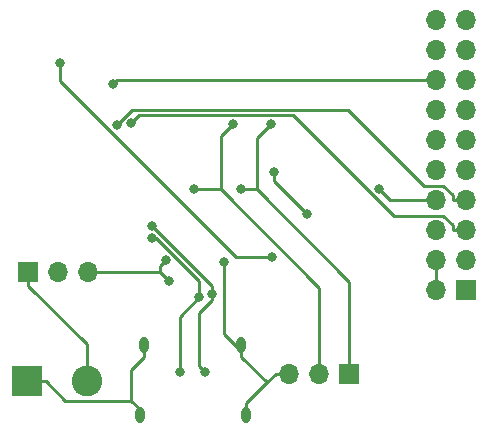
<source format=gbr>
G04 #@! TF.GenerationSoftware,KiCad,Pcbnew,5.1.4-e60b266~84~ubuntu19.04.1*
G04 #@! TF.CreationDate,2020-02-27T18:00:07+11:00*
G04 #@! TF.ProjectId,esp32_saab_devboard,65737033-325f-4736-9161-625f64657662,rev?*
G04 #@! TF.SameCoordinates,Original*
G04 #@! TF.FileFunction,Copper,L2,Bot*
G04 #@! TF.FilePolarity,Positive*
%FSLAX46Y46*%
G04 Gerber Fmt 4.6, Leading zero omitted, Abs format (unit mm)*
G04 Created by KiCad (PCBNEW 5.1.4-e60b266~84~ubuntu19.04.1) date 2020-02-27 18:00:07*
%MOMM*%
%LPD*%
G04 APERTURE LIST*
%ADD10O,0.800000X1.400000*%
%ADD11R,1.700000X1.700000*%
%ADD12O,1.700000X1.700000*%
%ADD13R,2.600000X2.600000*%
%ADD14C,2.600000*%
%ADD15C,0.800000*%
%ADD16C,0.250000*%
G04 APERTURE END LIST*
D10*
X190870000Y-113140000D03*
X199130000Y-113140000D03*
X199490000Y-119090000D03*
X190510000Y-119090000D03*
D11*
X208280000Y-115570000D03*
D12*
X205740000Y-115570000D03*
X203200000Y-115570000D03*
D11*
X218186000Y-108458000D03*
D12*
X215646000Y-108458000D03*
X218186000Y-105918000D03*
X215646000Y-105918000D03*
X218186000Y-103378000D03*
X215646000Y-103378000D03*
X218186000Y-100838000D03*
X215646000Y-100838000D03*
X218186000Y-98298000D03*
X215646000Y-98298000D03*
X218186000Y-95758000D03*
X215646000Y-95758000D03*
X218186000Y-93218000D03*
X215646000Y-93218000D03*
X218186000Y-90678000D03*
X215646000Y-90678000D03*
X218186000Y-88138000D03*
X215646000Y-88138000D03*
X218186000Y-85598000D03*
X215646000Y-85598000D03*
D11*
X181102000Y-106934000D03*
D12*
X183642000Y-106934000D03*
X186182000Y-106934000D03*
D13*
X180975000Y-116200000D03*
D14*
X186055000Y-116200000D03*
D15*
X197631200Y-106136200D03*
X183763700Y-89276400D03*
X201712800Y-105688000D03*
X192720000Y-105906800D03*
X193027600Y-107749400D03*
X201646400Y-94437000D03*
X199080600Y-99940000D03*
X198380300Y-94437000D03*
X195085300Y-99959100D03*
X191544700Y-103054000D03*
X196658000Y-108785000D03*
X196088000Y-115443000D03*
X191519300Y-104054400D03*
X195580000Y-109093000D03*
X193929000Y-115443000D03*
X201878100Y-98480300D03*
X204657700Y-102056300D03*
X189806400Y-94309300D03*
X188560700Y-94517700D03*
X210808400Y-99955800D03*
X188229000Y-91075000D03*
D16*
X199130000Y-113668200D02*
X197631200Y-112169400D01*
X197631200Y-112169400D02*
X197631200Y-106136200D01*
X199130000Y-113668200D02*
X199130000Y-114165300D01*
X199130000Y-113140000D02*
X199130000Y-113668200D01*
X201259700Y-116295000D02*
X199130000Y-114165300D01*
X202024700Y-115570000D02*
X201299700Y-116295000D01*
X201299700Y-116295000D02*
X201259700Y-116295000D01*
X201259700Y-116295000D02*
X199490000Y-118064700D01*
X199490000Y-119090000D02*
X199490000Y-118064700D01*
X203200000Y-115570000D02*
X202024700Y-115570000D01*
X190870000Y-113140000D02*
X190870000Y-114165300D01*
X189772100Y-117833800D02*
X189772100Y-115263200D01*
X189772100Y-115263200D02*
X190870000Y-114165300D01*
X190510000Y-118577300D02*
X189772100Y-117839400D01*
X189772100Y-117839400D02*
X189772100Y-117833800D01*
X189772100Y-117833800D02*
X184234100Y-117833800D01*
X184234100Y-117833800D02*
X182600300Y-116200000D01*
X180975000Y-116200000D02*
X182600300Y-116200000D01*
X190510000Y-119090000D02*
X190510000Y-118577300D01*
X215646000Y-105918000D02*
X215646000Y-108458000D01*
X183763700Y-89276400D02*
X183763700Y-90771800D01*
X183763700Y-90771800D02*
X198679900Y-105688000D01*
X198679900Y-105688000D02*
X201712800Y-105688000D01*
X192212200Y-106934000D02*
X193027600Y-107749400D01*
X186182000Y-106934000D02*
X192212200Y-106934000D01*
X192212200Y-106934000D02*
X192212200Y-106414600D01*
X192212200Y-106414600D02*
X192720000Y-105906800D01*
X181102000Y-106934000D02*
X181102000Y-108109300D01*
X181102000Y-108109300D02*
X186055000Y-113062300D01*
X186055000Y-113062300D02*
X186055000Y-116200000D01*
X200456500Y-99940000D02*
X199080600Y-99940000D01*
X208280000Y-115570000D02*
X208280000Y-107763500D01*
X208280000Y-107763500D02*
X200456500Y-99940000D01*
X201646400Y-94437000D02*
X200456500Y-95626900D01*
X200456500Y-95626900D02*
X200456500Y-99940000D01*
X197359600Y-99959100D02*
X197359600Y-95457700D01*
X197359600Y-95457700D02*
X198380300Y-94437000D01*
X205740000Y-114394700D02*
X205740000Y-108339500D01*
X205740000Y-108339500D02*
X197359600Y-99959100D01*
X195085300Y-99959100D02*
X197359600Y-99959100D01*
X205740000Y-115570000D02*
X205740000Y-114394700D01*
X196658000Y-108785000D02*
X196658000Y-108167300D01*
X196658000Y-108167300D02*
X191544700Y-103054000D01*
X196088000Y-115443000D02*
X195580000Y-114935000D01*
X195580000Y-114935000D02*
X195580000Y-110429000D01*
X195580000Y-110429000D02*
X196658000Y-109350000D01*
X196658000Y-109350000D02*
X196658000Y-108785000D01*
X195580000Y-109093000D02*
X195580000Y-107741000D01*
X195580000Y-107741000D02*
X191893400Y-104054400D01*
X191893400Y-104054400D02*
X191519300Y-104054400D01*
X193929000Y-115443000D02*
X193929000Y-110744000D01*
X193929000Y-110744000D02*
X195580000Y-109093000D01*
X204657700Y-102056300D02*
X201878100Y-99276700D01*
X201878100Y-99276700D02*
X201878100Y-98480300D01*
X189806400Y-94309300D02*
X190435500Y-93680200D01*
X190435500Y-93680200D02*
X203507100Y-93680200D01*
X203507100Y-93680200D02*
X212029600Y-102202700D01*
X212029600Y-102202700D02*
X216202800Y-102202700D01*
X216202800Y-102202700D02*
X217010700Y-103010600D01*
X217010700Y-103010600D02*
X217010700Y-103378000D01*
X218186000Y-103378000D02*
X217010700Y-103378000D01*
X217010700Y-100838000D02*
X217010700Y-100470600D01*
X217010700Y-100470600D02*
X216202800Y-99662700D01*
X216202800Y-99662700D02*
X214565300Y-99662700D01*
X214565300Y-99662700D02*
X208132500Y-93229900D01*
X208132500Y-93229900D02*
X189848500Y-93229900D01*
X189848500Y-93229900D02*
X188560700Y-94517700D01*
X218186000Y-100838000D02*
X217010700Y-100838000D01*
X215646000Y-100838000D02*
X211690600Y-100838000D01*
X211690600Y-100838000D02*
X210808400Y-99955800D01*
X215646000Y-90678000D02*
X214470700Y-90678000D01*
X214470700Y-90678000D02*
X188626000Y-90678000D01*
X188626000Y-90678000D02*
X188229000Y-91075000D01*
M02*

</source>
